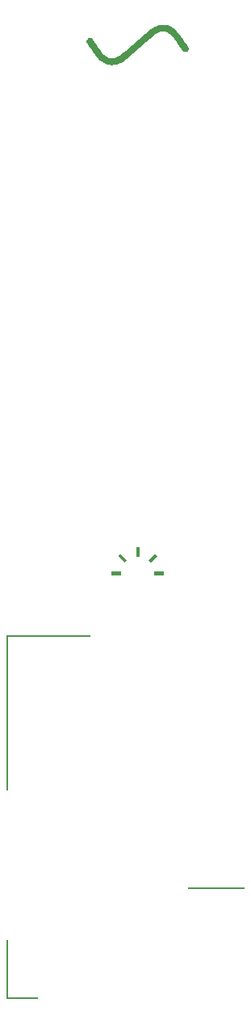
<source format=gts>
G04 #@! TF.GenerationSoftware,KiCad,Pcbnew,(5.1.5-0-10_14)*
G04 #@! TF.CreationDate,2020-10-10T14:38:44-04:00*
G04 #@! TF.ProjectId,AYOM - Power Supply Front Panel,41594f4d-202d-4205-906f-776572205375,rev?*
G04 #@! TF.SameCoordinates,Original*
G04 #@! TF.FileFunction,Soldermask,Top*
G04 #@! TF.FilePolarity,Negative*
%FSLAX46Y46*%
G04 Gerber Fmt 4.6, Leading zero omitted, Abs format (unit mm)*
G04 Created by KiCad (PCBNEW (5.1.5-0-10_14)) date 2020-10-10 14:38:44*
%MOMM*%
%LPD*%
G04 APERTURE LIST*
%ADD10C,0.100000*%
G04 APERTURE END LIST*
D10*
G36*
X133447965Y-54308102D02*
G01*
X133418684Y-54326446D01*
X133388698Y-54341263D01*
X133358359Y-54352905D01*
X133327315Y-54361724D01*
X133295918Y-54367369D01*
X133264521Y-54369838D01*
X133233123Y-54369838D01*
X133201373Y-54367016D01*
X133165390Y-54359960D01*
X133130465Y-54350083D01*
X133096246Y-54336324D01*
X133063437Y-54319038D01*
X133032746Y-54298224D01*
X133004171Y-54274235D01*
X132978065Y-54246719D01*
X132954782Y-54215321D01*
X132851418Y-54063627D01*
X132748054Y-53911933D01*
X132644690Y-53760238D01*
X132540973Y-53608544D01*
X132437609Y-53456849D01*
X132334246Y-53305155D01*
X132230882Y-53153460D01*
X132127518Y-53001413D01*
X132008279Y-52838430D01*
X131885159Y-52694496D01*
X131759218Y-52568908D01*
X131630101Y-52462721D01*
X131497809Y-52375233D01*
X131362343Y-52307146D01*
X131224407Y-52258463D01*
X131084001Y-52229183D01*
X131082943Y-52229183D01*
X131081884Y-52229183D01*
X131081179Y-52228830D01*
X131080826Y-52228830D01*
X131080121Y-52228830D01*
X131079415Y-52228830D01*
X131078357Y-52228477D01*
X131077298Y-52228477D01*
X130933365Y-52220010D01*
X130786610Y-52230594D01*
X130638090Y-52260933D01*
X130487101Y-52310321D01*
X130334348Y-52379466D01*
X130179479Y-52467660D01*
X130022846Y-52575610D01*
X129864096Y-52702610D01*
X129518373Y-53000355D01*
X129173004Y-53298452D01*
X128826929Y-53595844D01*
X128481560Y-53893941D01*
X128135837Y-54191685D01*
X127790115Y-54489430D01*
X127444393Y-54787174D01*
X127098671Y-55084919D01*
X126881007Y-55257427D01*
X126661226Y-55404183D01*
X126439329Y-55524480D01*
X126216373Y-55618671D01*
X125993418Y-55685699D01*
X125770462Y-55725563D01*
X125548565Y-55737558D01*
X125328432Y-55722035D01*
X125327374Y-55722741D01*
X125326668Y-55723446D01*
X125325610Y-55724152D01*
X125325257Y-55724152D01*
X125324551Y-55724505D01*
X125323846Y-55724505D01*
X125322787Y-55724505D01*
X125321729Y-55724152D01*
X125106535Y-55680760D01*
X124896632Y-55610205D01*
X124693079Y-55513191D01*
X124495876Y-55389719D01*
X124306082Y-55240846D01*
X124124049Y-55066927D01*
X123950129Y-54868313D01*
X123785382Y-54646063D01*
X123682018Y-54494369D01*
X123578654Y-54342674D01*
X123474937Y-54190627D01*
X123371926Y-54039285D01*
X123268210Y-53887591D01*
X123164846Y-53735544D01*
X123061482Y-53583849D01*
X122958118Y-53432155D01*
X122924251Y-53369360D01*
X122904143Y-53302333D01*
X122897440Y-53233894D01*
X122903437Y-53165808D01*
X122922840Y-53100191D01*
X122954237Y-53039160D01*
X122997982Y-52985185D01*
X123053721Y-52939324D01*
X123081943Y-52921685D01*
X123111576Y-52907221D01*
X123141915Y-52895580D01*
X123173312Y-52886760D01*
X123204710Y-52881116D01*
X123236812Y-52877941D01*
X123268562Y-52877941D01*
X123300312Y-52880763D01*
X123336296Y-52887466D01*
X123371221Y-52898049D01*
X123404735Y-52911808D01*
X123436485Y-52929446D01*
X123466824Y-52950260D01*
X123495046Y-52974249D01*
X123520799Y-53001413D01*
X123544082Y-53031399D01*
X123647446Y-53183446D01*
X123750810Y-53335141D01*
X123854174Y-53486835D01*
X123957890Y-53638530D01*
X124061254Y-53790224D01*
X124164618Y-53941919D01*
X124267982Y-54093613D01*
X124371346Y-54245308D01*
X124491290Y-54409702D01*
X124614410Y-54554694D01*
X124740704Y-54680635D01*
X124870174Y-54787527D01*
X125002465Y-54875016D01*
X125137579Y-54943102D01*
X125276221Y-54991785D01*
X125417685Y-55021066D01*
X125418037Y-55021066D01*
X125418390Y-55021419D01*
X125418743Y-55021419D01*
X125419096Y-55021419D01*
X125419801Y-55021419D01*
X125420154Y-55021419D01*
X125420507Y-55021419D01*
X125420860Y-55021771D01*
X125565146Y-55030238D01*
X125711901Y-55019302D01*
X125861126Y-54988610D01*
X126012468Y-54938516D01*
X126165573Y-54869019D01*
X126320443Y-54780119D01*
X126477076Y-54671816D01*
X126634768Y-54544110D01*
X126980490Y-54247071D01*
X127325860Y-53949327D01*
X127671229Y-53652288D01*
X128016951Y-53354896D01*
X128362673Y-53057505D01*
X128708043Y-52760113D01*
X129054118Y-52462721D01*
X129399487Y-52165330D01*
X129617504Y-51992821D01*
X129837990Y-51846066D01*
X130059887Y-51725416D01*
X130282843Y-51631224D01*
X130506504Y-51563844D01*
X130729460Y-51523627D01*
X130951004Y-51510574D01*
X131170079Y-51525038D01*
X131171490Y-51525391D01*
X131172548Y-51525391D01*
X131173959Y-51525744D01*
X131175018Y-51525744D01*
X131176076Y-51525744D01*
X131177134Y-51526097D01*
X131178193Y-51526097D01*
X131179604Y-51526449D01*
X131394093Y-51569488D01*
X131603290Y-51639691D01*
X131807196Y-51736352D01*
X132004046Y-51859119D01*
X132193840Y-52007638D01*
X132376226Y-52180852D01*
X132549440Y-52378760D01*
X132713482Y-52601010D01*
X132816846Y-52753058D01*
X132920209Y-52905105D01*
X133023573Y-53057505D01*
X133126937Y-53209552D01*
X133230301Y-53361599D01*
X133333665Y-53513646D01*
X133437029Y-53665694D01*
X133540393Y-53817741D01*
X133574965Y-53880888D01*
X133595779Y-53947563D01*
X133602482Y-54015296D01*
X133596484Y-54083030D01*
X133577434Y-54147941D01*
X133546037Y-54208619D01*
X133502646Y-54262594D01*
X133447965Y-54308102D01*
G37*
G36*
X139457605Y-141908080D02*
G01*
X139457605Y-142084469D01*
X133518238Y-142084469D01*
X133514711Y-141908080D01*
X139457605Y-141908080D01*
G37*
G36*
X114664277Y-153411600D02*
G01*
X117826930Y-153411600D01*
X117823402Y-153542128D01*
X117823402Y-153587989D01*
X114487888Y-153587989D01*
X114487888Y-147396739D01*
X114664277Y-147396739D01*
X114664277Y-153411600D01*
G37*
G36*
X114487888Y-115475922D02*
G01*
X123289694Y-115475922D01*
X123282638Y-115652311D01*
X114664277Y-115652311D01*
X114664277Y-131701583D01*
X114487888Y-131701583D01*
X114487888Y-115475922D01*
G37*
G36*
X130348777Y-107144334D02*
G01*
X129622055Y-107871409D01*
X129371583Y-107620937D01*
X130098305Y-106897742D01*
X130348777Y-107144334D01*
G37*
G36*
X127142062Y-107624218D02*
G01*
X126891590Y-107871162D01*
X126164868Y-107144440D01*
X126415340Y-106897496D01*
X127142062Y-107624218D01*
G37*
G36*
X126493022Y-108986081D02*
G01*
X126503605Y-109162470D01*
X125477022Y-109162470D01*
X125477022Y-108809692D01*
X126503605Y-108809692D01*
X126493022Y-108986081D01*
G37*
G36*
X131036764Y-108809692D02*
G01*
X131036764Y-109162470D01*
X130010181Y-109162470D01*
X130020764Y-108986081D01*
X130010181Y-108809692D01*
X131036764Y-108809692D01*
G37*
G36*
X128433299Y-106206228D02*
G01*
X128433299Y-107232459D01*
X128256910Y-107222228D01*
X128080521Y-107232459D01*
X128080521Y-106206228D01*
X128433299Y-106206228D01*
G37*
M02*

</source>
